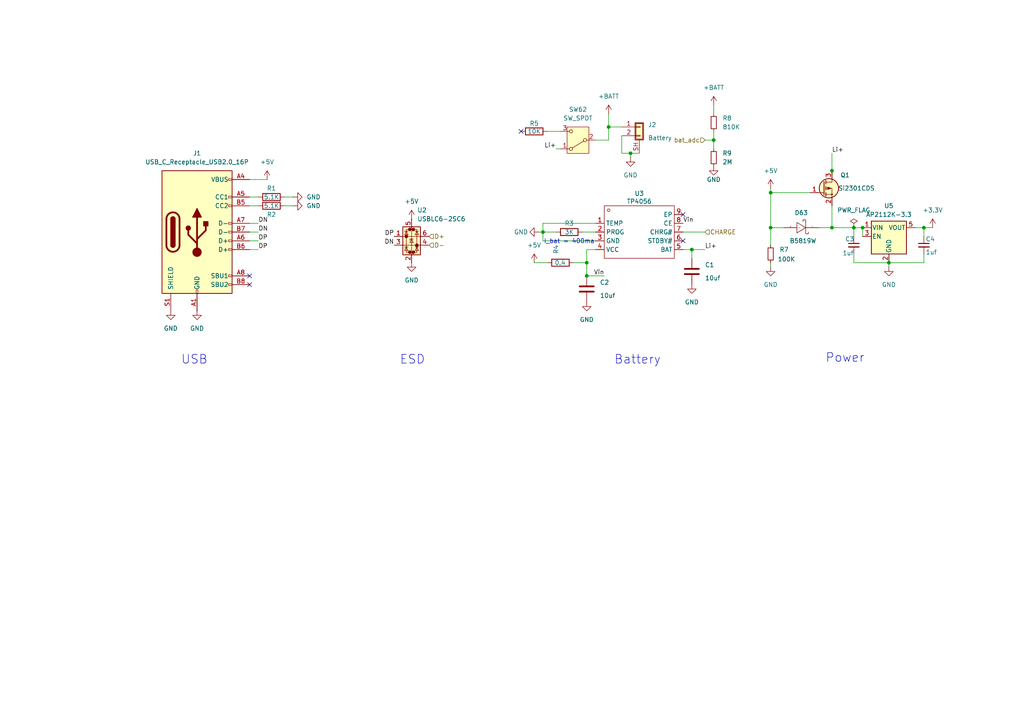
<source format=kicad_sch>
(kicad_sch (version 20231120) (generator "eeschema") (generator_version "8.0")
  (paper "A4")
  (lib_symbols
    (symbol "B5819W-SL:B5819W_C8598"
      (property "Reference" "D?" (at 0 0 0))
      (symbol "B5819W_C8598_1_0"
        (polyline (pts (xy 1.27 1.524) (xy -1.27 0) (xy -1.27 0) (xy 1.27 -1.524) (xy 1.27 -1.524) (xy 1.27 1.524)))
        (polyline (pts (xy -0.508 -1.778) (xy -0.508 -2.286) (xy -0.508 -2.286) (xy -1.27 -2.286) (xy -1.27 -2.286) (xy -1.27 1.016) (xy -1.27 1.016) (xy -1.27 1.778) (xy -1.27 1.778) (xy -2.032 1.778) (xy -2.032 1.778) (xy -2.032 1.27)))
        (pin unspecified line (at -5.08 0 0) (length 3.81) (name "-") (number "1"))
        (pin unspecified line (at 5.08 0 180) (length 3.81) (name "+") (number "2"))
      )
    )
    (symbol "Connector:USB_C_Receptacle_USB2.0_16P" (pin_names (offset 1.016))
      (property "Reference" "J" (at 0 22.225 0))
      (property "Value" "USB_C_Receptacle_USB2.0_16P" (at 0 19.685 0))
      (symbol "USB_C_Receptacle_USB2.0_16P_0_0"
        (rectangle (start -0.254 -17.78) (end 0.254 -16.764))
        (rectangle (start 10.16 -14.986) (end 9.144 -15.494))
        (rectangle (start 10.16 -12.446) (end 9.144 -12.954))
        (rectangle (start 10.16 -4.826) (end 9.144 -5.334))
        (rectangle (start 10.16 -2.286) (end 9.144 -2.794))
        (rectangle (start 10.16 0.254) (end 9.144 -0.254))
        (rectangle (start 10.16 2.794) (end 9.144 2.286))
        (rectangle (start 10.16 7.874) (end 9.144 7.366))
        (rectangle (start 10.16 10.414) (end 9.144 9.906))
        (rectangle (start 10.16 15.494) (end 9.144 14.986))
      )
      (symbol "USB_C_Receptacle_USB2.0_16P_0_1"
        (rectangle (start -10.16 17.78) (end 10.16 -17.78) (stroke (width 0.254)) (fill (type background)))
        (arc (start -8.89 -3.81) (mid -6.985 -5.7067) (end -5.08 -3.81) (stroke (width 0.508)))
        (arc (start -7.62 -3.81) (mid -6.985 -4.4423) (end -6.35 -3.81) (stroke (width 0.254)))
        (arc (start -7.62 -3.81) (mid -6.985 -4.4423) (end -6.35 -3.81) (stroke (width 0.254)) (fill (type outline)))
        (rectangle (start -7.62 -3.81) (end -6.35 3.81) (stroke (width 0.254)) (fill (type outline)))
        (arc (start -6.35 3.81) (mid -6.985 4.4423) (end -7.62 3.81) (stroke (width 0.254)))
        (arc (start -6.35 3.81) (mid -6.985 4.4423) (end -7.62 3.81) (stroke (width 0.254)) (fill (type outline)))
        (arc (start -5.08 3.81) (mid -6.985 5.7067) (end -8.89 3.81) (stroke (width 0.508)))
        (circle (center -2.54 1.143) (radius 0.635) (stroke (width 0.254)) (fill (type outline)))
        (circle (center 0 -5.842) (radius 1.27) (fill (type outline)))
        (polyline (pts (xy -8.89 -3.81) (xy -8.89 3.81)) (stroke (width 0.508)))
        (polyline (pts (xy -5.08 3.81) (xy -5.08 -3.81)) (stroke (width 0.508)))
        (polyline (pts (xy 0 -5.842) (xy 0 4.318)) (stroke (width 0.508)))
        (polyline (pts (xy 0 -3.302) (xy -2.54 -0.762) (xy -2.54 0.508)) (stroke (width 0.508)))
        (polyline (pts (xy 0 -2.032) (xy 2.54 0.508) (xy 2.54 1.778)) (stroke (width 0.508)))
        (polyline (pts (xy -1.27 4.318) (xy 0 6.858) (xy 1.27 4.318) (xy -1.27 4.318)) (stroke (width 0.254)) (fill (type outline)))
        (rectangle (start 1.905 1.778) (end 3.175 3.048) (stroke (width 0.254)) (fill (type outline)))
      )
      (symbol "USB_C_Receptacle_USB2.0_16P_1_1"
        (pin passive line (at 0 -22.86 90) (length 5.08) (name "GND") (number "A1"))
        (pin passive line (at 0 -22.86 90) (length 5.08) hide (name "GND") (number "A12"))
        (pin passive line (at 15.24 15.24 180) (length 5.08) (name "VBUS") (number "A4"))
        (pin bidirectional line (at 15.24 10.16 180) (length 5.08) (name "CC1") (number "A5"))
        (pin bidirectional line (at 15.24 -2.54 180) (length 5.08) (name "D+") (number "A6"))
        (pin bidirectional line (at 15.24 2.54 180) (length 5.08) (name "D-") (number "A7"))
        (pin bidirectional line (at 15.24 -12.7 180) (length 5.08) (name "SBU1") (number "A8"))
        (pin passive line (at 15.24 15.24 180) (length 5.08) hide (name "VBUS") (number "A9"))
        (pin passive line (at 0 -22.86 90) (length 5.08) hide (name "GND") (number "B1"))
        (pin passive line (at 0 -22.86 90) (length 5.08) hide (name "GND") (number "B12"))
        (pin passive line (at 15.24 15.24 180) (length 5.08) hide (name "VBUS") (number "B4"))
        (pin bidirectional line (at 15.24 7.62 180) (length 5.08) (name "CC2") (number "B5"))
        (pin bidirectional line (at 15.24 -5.08 180) (length 5.08) (name "D+") (number "B6"))
        (pin bidirectional line (at 15.24 0 180) (length 5.08) (name "D-") (number "B7"))
        (pin bidirectional line (at 15.24 -15.24 180) (length 5.08) (name "SBU2") (number "B8"))
        (pin passive line (at 15.24 15.24 180) (length 5.08) hide (name "VBUS") (number "B9"))
        (pin passive line (at -7.62 -22.86 90) (length 5.08) (name "SHIELD") (number "S1"))
      )
    )
    (symbol "Connector_Generic_Shielded:Conn_01x02_Shielded" (pin_names (offset 1.016) hide)
      (property "Reference" "J" (at 0.254 2.286 0))
      (property "Value" "Conn_01x02_Shielded" (at 1.016 -4.826 0))
      (symbol "Conn_01x02_Shielded_1_1"
        (rectangle (start -1.27 1.27) (end 1.27 -3.81) (stroke (width 0.1524)))
        (rectangle (start -1.016 -2.413) (end 0.254 -2.667) (stroke (width 0.1524)))
        (rectangle (start -1.016 0.127) (end 0.254 -0.127) (stroke (width 0.1524)))
        (rectangle (start -1.016 1.016) (end 1.016 -3.556) (stroke (width 0.254)) (fill (type background)))
        (pin passive line (at -5.08 0 0) (length 4.064) (name "Pin_1") (number "1"))
        (pin passive line (at -5.08 -2.54 0) (length 4.064) (name "Pin_2") (number "2"))
        (pin passive line (at 0 -7.62 90) (length 3.81) (name "Shield") (number "SH"))
      )
    )
    (symbol "Device:C" (pin_numbers hide) (pin_names (offset 0.254))
      (property "Reference" "C" (at 0.635 2.54 0))
      (property "Value" "C" (at 0.635 -2.54 0))
      (symbol "C_0_1"
        (polyline (pts (xy -2.032 -0.762) (xy 2.032 -0.762)) (stroke (width 0.508)))
        (polyline (pts (xy -2.032 0.762) (xy 2.032 0.762)) (stroke (width 0.508)))
      )
      (symbol "C_1_1"
        (pin passive line (at 0 3.81 270) (length 2.794) (name "~") (number "1"))
        (pin passive line (at 0 -3.81 90) (length 2.794) (name "~") (number "2"))
      )
    )
    (symbol "Device:C_Small" (pin_numbers hide) (pin_names (offset 0.254) hide)
      (property "Reference" "C" (at 0.254 1.778 0))
      (property "Value" "C_Small" (at 0.254 -2.032 0))
      (symbol "C_Small_0_1"
        (polyline (pts (xy -1.524 -0.508) (xy 1.524 -0.508)) (stroke (width 0.3302)))
        (polyline (pts (xy -1.524 0.508) (xy 1.524 0.508)) (stroke (width 0.3048)))
      )
      (symbol "C_Small_1_1"
        (pin passive line (at 0 2.54 270) (length 2.032) (name "~") (number "1"))
        (pin passive line (at 0 -2.54 90) (length 2.032) (name "~") (number "2"))
      )
    )
    (symbol "Device:R" (pin_numbers hide) (pin_names (offset 0))
      (property "Reference" "R" (at 2.032 0 90))
      (property "Value" "R" (at 0 0 90))
      (symbol "R_0_1"
        (rectangle (start -1.016 -2.54) (end 1.016 2.54) (stroke (width 0.254)))
      )
      (symbol "R_1_1"
        (pin passive line (at 0 3.81 270) (length 1.27) (name "~") (number "1"))
        (pin passive line (at 0 -3.81 90) (length 1.27) (name "~") (number "2"))
      )
    )
    (symbol "Device:R_Small" (pin_numbers hide) (pin_names (offset 0.254) hide)
      (property "Reference" "R" (at 0.762 0.508 0))
      (property "Value" "R_Small" (at 0.762 -1.016 0))
      (symbol "R_Small_0_1"
        (rectangle (start -0.762 1.778) (end 0.762 -1.778) (stroke (width 0.2032)))
      )
      (symbol "R_Small_1_1"
        (pin passive line (at 0 2.54 270) (length 0.762) (name "~") (number "1"))
        (pin passive line (at 0 -2.54 90) (length 0.762) (name "~") (number "2"))
      )
    )
    (symbol "PCM_Transistor_MOSFET_AKL:Si2301CDS" (pin_names hide)
      (property "Reference" "Q" (at 5.08 1.27 0))
      (property "Value" "Si2301CDS" (at 5.08 -1.27 0))
      (symbol "Si2301CDS_0_1"
        (polyline (pts (xy 0.254 -1.905) (xy 0.254 1.905)) (stroke (width 0.254)))
        (polyline (pts (xy 0.254 1.27) (xy -2.54 1.27)))
        (polyline (pts (xy 0.762 -2.286) (xy 0.762 -1.27)) (stroke (width 0.254)))
        (polyline (pts (xy 0.762 -1.778) (xy 2.54 -1.778)))
        (polyline (pts (xy 0.762 -0.508) (xy 0.762 0.508)) (stroke (width 0.254)))
        (polyline (pts (xy 0.762 1.27) (xy 0.762 2.286)) (stroke (width 0.254)))
        (polyline (pts (xy 0.762 1.778) (xy 2.54 1.778)))
        (polyline (pts (xy 2.54 -2.54) (xy 2.54 -1.778)))
        (polyline (pts (xy 2.54 2.54) (xy 2.54 0) (xy 0.762 0)))
        (polyline (pts (xy 2.286 0) (xy 1.27 -0.381) (xy 1.27 0.381) (xy 2.286 0)) (fill (type outline)))
      )
      (symbol "Si2301CDS_1_1"
        (circle (center 1.651 0) (radius 2.794) (stroke (width 0.254)) (fill (type background)))
        (circle (center 2.54 1.778) (radius 0.1778) (fill (type outline)))
        (pin input line (at -3.81 1.27 0) (length 2.54) (name "G") (number "1"))
        (pin passive line (at 2.54 5.08 270) (length 2.54) (name "S") (number "2"))
        (pin passive line (at 2.54 -5.08 90) (length 2.54) (name "D") (number "3"))
      )
    )
    (symbol "Power_Protection:USBLC6-2SC6" (pin_names hide)
      (property "Reference" "U" (at 0.635 5.715 0))
      (property "Value" "USBLC6-2SC6" (at 0.635 3.81 0))
      (symbol "USBLC6-2SC6_0_0"
        (circle (center -1.524 0) (radius 0.0001) (stroke (width 0.508)))
        (circle (center -0.508 -4.572) (radius 0.0001) (stroke (width 0.508)))
        (circle (center -0.508 2.032) (radius 0.0001) (stroke (width 0.508)))
        (circle (center 0.508 -4.572) (radius 0.0001) (stroke (width 0.508)))
        (circle (center 0.508 2.032) (radius 0.0001) (stroke (width 0.508)))
        (circle (center 1.524 -2.54) (radius 0.0001) (stroke (width 0.508)))
      )
      (symbol "USBLC6-2SC6_0_1"
        (polyline (pts (xy -2.54 -2.54) (xy 2.54 -2.54)))
        (polyline (pts (xy -2.54 0) (xy 2.54 0)))
        (polyline (pts (xy -2.032 -3.048) (xy -1.016 -3.048)))
        (polyline (pts (xy -1.016 1.524) (xy -2.032 1.524)))
        (polyline (pts (xy 1.016 -3.048) (xy 2.032 -3.048)))
        (polyline (pts (xy 1.016 1.524) (xy 2.032 1.524)))
        (polyline (pts (xy -0.508 -1.143) (xy -0.508 -0.762) (xy 0.508 -0.762)))
        (polyline (pts (xy -2.032 0.508) (xy -1.016 0.508) (xy -1.524 1.524) (xy -2.032 0.508)))
        (polyline (pts (xy -1.016 -4.064) (xy -2.032 -4.064) (xy -1.524 -3.048) (xy -1.016 -4.064)))
        (polyline (pts (xy 0.508 -1.778) (xy -0.508 -1.778) (xy 0 -0.762) (xy 0.508 -1.778)))
        (polyline (pts (xy 2.032 -4.064) (xy 1.016 -4.064) (xy 1.524 -3.048) (xy 2.032 -4.064)))
        (polyline (pts (xy 2.032 0.508) (xy 1.016 0.508) (xy 1.524 1.524) (xy 2.032 0.508)))
        (polyline (pts (xy 0 2.54) (xy -0.508 2.032) (xy 0.508 2.032) (xy 0 1.524) (xy 0 -4.064) (xy -0.508 -4.572) (xy 0.508 -4.572) (xy 0 -5.08)))
      )
      (symbol "USBLC6-2SC6_1_1"
        (rectangle (start -2.54 2.794) (end 2.54 -5.334) (stroke (width 0.254)) (fill (type background)))
        (polyline (pts (xy -0.508 2.032) (xy -1.524 2.032) (xy -1.524 -4.572) (xy -0.508 -4.572)))
        (polyline (pts (xy 0.508 -4.572) (xy 1.524 -4.572) (xy 1.524 2.032) (xy 0.508 2.032)))
        (pin passive line (at -5.08 0 0) (length 2.54) (name "I/O1") (number "1"))
        (pin passive line (at 0 -7.62 90) (length 2.54) (name "GND") (number "2"))
        (pin passive line (at -5.08 -2.54 0) (length 2.54) (name "I/O2") (number "3"))
        (pin passive line (at 5.08 -2.54 180) (length 2.54) (name "I/O2") (number "4"))
        (pin passive line (at 0 5.08 270) (length 2.54) (name "VBUS") (number "5"))
        (pin passive line (at 5.08 0 180) (length 2.54) (name "I/O1") (number "6"))
      )
    )
    (symbol "Regulator_Linear:AP2112K-3.3" (pin_names (offset 0.254))
      (property "Reference" "U" (at -5.08 5.715 0))
      (property "Value" "AP2112K-3.3" (at 0 5.715 0))
      (symbol "AP2112K-3.3_0_1"
        (rectangle (start -5.08 4.445) (end 5.08 -5.08) (stroke (width 0.254)) (fill (type background)))
      )
      (symbol "AP2112K-3.3_1_1"
        (pin power_in line (at -7.62 2.54 0) (length 2.54) (name "VIN") (number "1"))
        (pin power_in line (at 0 -7.62 90) (length 2.54) (name "GND") (number "2"))
        (pin input line (at -7.62 0 0) (length 2.54) (name "EN") (number "3"))
        (pin no_connect line (at 5.08 0 180) (length 2.54) hide (name "NC") (number "4"))
        (pin power_out line (at 7.62 2.54 180) (length 2.54) (name "VOUT") (number "5"))
      )
    )
    (symbol "Switch:SW_SPDT" (pin_names (offset 0) hide)
      (property "Reference" "SW" (at 0 5.08 0))
      (property "Value" "SW_SPDT" (at 0 -5.08 0))
      (symbol "SW_SPDT_0_1"
        (circle (center -2.032 0) (radius 0.4572))
        (polyline (pts (xy -1.651 0.254) (xy 1.651 2.286)))
        (circle (center 2.032 -2.54) (radius 0.4572))
        (circle (center 2.032 2.54) (radius 0.4572))
      )
      (symbol "SW_SPDT_1_1"
        (rectangle (start -3.175 3.81) (end 3.175 -3.81) (fill (type background)))
        (pin passive line (at 5.08 2.54 180) (length 2.54) (name "A") (number "1"))
        (pin passive line (at -5.08 0 0) (length 2.54) (name "B") (number "2"))
        (pin passive line (at 5.08 -2.54 180) (length 2.54) (name "C") (number "3"))
      )
    )
    (symbol "TP4056:TP4056_C725790"
      (property "Reference" "U?" (at 0 0 0))
      (symbol "TP4056_C725790_1_0"
        (rectangle (start -10.16 -7.62) (end 10.16 7.62))
        (circle (center -8.89 6.35) (radius 0.381))
        (pin unspecified line (at -12.7 2.54 0) (length 2.54) (name "TEMP") (number "1"))
        (pin unspecified line (at -12.7 0 0) (length 2.54) (name "PROG") (number "2"))
        (pin unspecified line (at -12.7 -2.54 0) (length 2.54) (name "GND") (number "3"))
        (pin unspecified line (at -12.7 -5.08 0) (length 2.54) (name "VCC") (number "4"))
        (pin unspecified line (at 12.7 -5.08 180) (length 2.54) (name "BAT") (number "5"))
        (pin unspecified line (at 12.7 -2.54 180) (length 2.54) (name "STDBY#") (number "6"))
        (pin unspecified line (at 12.7 0 180) (length 2.54) (name "CHRG#") (number "7"))
        (pin unspecified line (at 12.7 2.54 180) (length 2.54) (name "CE") (number "8"))
        (pin unspecified line (at 12.7 5.08 180) (length 2.54) (name "EP") (number "9"))
      )
    )
    (symbol "power:+3.3V" (power) (pin_numbers hide) (pin_names (offset 0) hide)
      (property "Value" "+3.3V" (at 0 3.556 0))
      (symbol "+3.3V_0_1"
        (polyline (pts (xy -0.762 1.27) (xy 0 2.54)))
        (polyline (pts (xy 0 0) (xy 0 2.54)))
        (polyline (pts (xy 0 2.54) (xy 0.762 1.27)))
      )
      (symbol "+3.3V_1_1"
        (pin power_in line (at 0 0 90) (length 0) (name "~") (number "1"))
      )
    )
    (symbol "power:+5V" (power) (pin_numbers hide) (pin_names (offset 0) hide)
      (property "Value" "+5V" (at 0 3.556 0))
      (symbol "+5V_0_1"
        (polyline (pts (xy -0.762 1.27) (xy 0 2.54)))
        (polyline (pts (xy 0 0) (xy 0 2.54)))
        (polyline (pts (xy 0 2.54) (xy 0.762 1.27)))
      )
      (symbol "+5V_1_1"
        (pin power_in line (at 0 0 90) (length 0) (name "~") (number "1"))
      )
    )
    (symbol "power:+BATT" (power) (pin_numbers hide) (pin_names (offset 0) hide)
      (property "Value" "+BATT" (at 0 3.556 0))
      (symbol "+BATT_0_1"
        (polyline (pts (xy -0.762 1.27) (xy 0 2.54)))
        (polyline (pts (xy 0 0) (xy 0 2.54)))
        (polyline (pts (xy 0 2.54) (xy 0.762 1.27)))
      )
      (symbol "+BATT_1_1"
        (pin power_in line (at 0 0 90) (length 0) (name "~") (number "1"))
      )
    )
    (symbol "power:GND" (power) (pin_numbers hide) (pin_names (offset 0) hide)
      (property "Value" "GND" (at 0 -3.81 0))
      (symbol "GND_0_1"
        (polyline (pts (xy 0 0) (xy 0 -1.27) (xy 1.27 -1.27) (xy 0 -2.54) (xy -1.27 -1.27) (xy 0 -1.27)))
      )
      (symbol "GND_1_1"
        (pin power_in line (at 0 0 270) (length 0) (name "~") (number "1"))
      )
    )
    (symbol "power:PWR_FLAG" (power) (pin_numbers hide) (pin_names (offset 0) hide)
      (property "Value" "PWR_FLAG" (at 0 3.81 0))
      (symbol "PWR_FLAG_0_0"
        (pin power_out line (at 0 0 90) (length 0) (name "~") (number "1"))
      )
      (symbol "PWR_FLAG_0_1"
        (polyline (pts (xy 0 0) (xy 0 1.27) (xy -1.016 1.905) (xy 0 2.54) (xy 1.016 1.905) (xy 0 1.27)))
      )
    )
  )
  (junction (at 176.53 36.83))
  (junction (at 170.18 76.2))
  (junction (at 223.52 55.88))
  (junction (at 241.3 49.53))
  (junction (at 267.97 66.04))
  (junction (at 257.81 76.2))
  (junction (at 200.66 72.39))
  (junction (at 157.48 67.31))
  (junction (at 241.3 66.04))
  (junction (at 207.01 40.64))
  (junction (at 250.19 66.04))
  (junction (at 223.52 66.04))
  (junction (at 170.18 80.01))
  (junction (at 247.65 66.04))
  (junction (at 182.88 44.45))
  (no_connect (at 198.12 69.85))
  (no_connect (at 151.13 38.1))
  (no_connect (at 72.39 80.01))
  (no_connect (at 198.12 62.23))
  (no_connect (at 72.39 82.55))
  (wire (pts (xy 82.55 57.15) (xy 85.09 57.15)))
  (wire (pts (xy 241.3 50.8) (xy 241.3 49.53)))
  (wire (pts (xy 170.18 72.39) (xy 172.72 72.39)))
  (wire (pts (xy 182.88 44.45) (xy 185.42 44.45)))
  (wire (pts (xy 157.48 69.85) (xy 172.72 69.85)))
  (wire (pts (xy 207.01 30.48) (xy 207.01 33.02)))
  (wire (pts (xy 156.21 67.31) (xy 157.48 67.31)))
  (wire (pts (xy 72.39 64.77) (xy 74.93 64.77)))
  (wire (pts (xy 72.39 69.85) (xy 74.93 69.85)))
  (wire (pts (xy 250.19 66.04) (xy 250.19 68.58)))
  (wire (pts (xy 247.65 76.2) (xy 247.65 73.66)))
  (wire (pts (xy 72.39 72.39) (xy 74.93 72.39)))
  (wire (pts (xy 180.34 39.37) (xy 180.34 44.45)))
  (wire (pts (xy 223.52 54.61) (xy 223.52 55.88)))
  (wire (pts (xy 223.52 55.88) (xy 223.52 66.04)))
  (wire (pts (xy 223.52 66.04) (xy 227.33 66.04)))
  (wire (pts (xy 72.39 57.15) (xy 74.93 57.15)))
  (wire (pts (xy 180.34 44.45) (xy 182.88 44.45)))
  (wire (pts (xy 182.88 45.72) (xy 182.88 44.45)))
  (wire (pts (xy 175.26 80.01) (xy 170.18 80.01)))
  (wire (pts (xy 170.18 80.01) (xy 170.18 76.2)))
  (wire (pts (xy 237.49 66.04) (xy 241.3 66.04)))
  (wire (pts (xy 157.48 67.31) (xy 157.48 69.85)))
  (wire (pts (xy 77.47 52.07) (xy 72.39 52.07)))
  (wire (pts (xy 172.72 40.64) (xy 176.53 40.64)))
  (wire (pts (xy 176.53 33.02) (xy 176.53 36.83)))
  (wire (pts (xy 207.01 40.64) (xy 207.01 43.18)))
  (wire (pts (xy 241.3 59.69) (xy 241.3 66.04)))
  (wire (pts (xy 157.48 64.77) (xy 157.48 67.31)))
  (wire (pts (xy 223.52 55.88) (xy 234.95 55.88)))
  (wire (pts (xy 267.97 66.04) (xy 265.43 66.04)))
  (wire (pts (xy 176.53 36.83) (xy 180.34 36.83)))
  (wire (pts (xy 270.51 66.04) (xy 267.97 66.04)))
  (wire (pts (xy 158.75 38.1) (xy 162.56 38.1)))
  (wire (pts (xy 154.94 76.2) (xy 158.75 76.2)))
  (wire (pts (xy 257.81 73.66) (xy 257.81 76.2)))
  (wire (pts (xy 247.65 66.04) (xy 247.65 68.58)))
  (wire (pts (xy 247.65 66.04) (xy 250.19 66.04)))
  (wire (pts (xy 198.12 72.39) (xy 200.66 72.39)))
  (wire (pts (xy 204.47 40.64) (xy 207.01 40.64)))
  (wire (pts (xy 267.97 66.04) (xy 267.97 68.58)))
  (wire (pts (xy 168.91 67.31) (xy 172.72 67.31)))
  (wire (pts (xy 170.18 76.2) (xy 170.18 72.39)))
  (wire (pts (xy 157.48 67.31) (xy 161.29 67.31)))
  (wire (pts (xy 223.52 77.47) (xy 223.52 76.2)))
  (wire (pts (xy 176.53 40.64) (xy 176.53 36.83)))
  (wire (pts (xy 257.81 76.2) (xy 267.97 76.2)))
  (wire (pts (xy 72.39 67.31) (xy 74.93 67.31)))
  (wire (pts (xy 204.47 67.31) (xy 198.12 67.31)))
  (wire (pts (xy 200.66 72.39) (xy 204.47 72.39)))
  (wire (pts (xy 200.66 72.39) (xy 200.66 74.93)))
  (wire (pts (xy 241.3 66.04) (xy 247.65 66.04)))
  (wire (pts (xy 267.97 76.2) (xy 267.97 73.66)))
  (wire (pts (xy 247.65 76.2) (xy 257.81 76.2)))
  (wire (pts (xy 157.48 64.77) (xy 172.72 64.77)))
  (wire (pts (xy 166.37 76.2) (xy 170.18 76.2)))
  (wire (pts (xy 72.39 59.69) (xy 74.93 59.69)))
  (wire (pts (xy 223.52 66.04) (xy 223.52 71.12)))
  (wire (pts (xy 162.56 43.18) (xy 161.29 43.18)))
  (wire (pts (xy 241.3 44.45) (xy 241.3 49.53)))
  (wire (pts (xy 82.55 59.69) (xy 85.09 59.69)))
  (wire (pts (xy 207.01 38.1) (xy 207.01 40.64)))
  (wire (pts (xy 257.81 77.47) (xy 257.81 76.2)))
  (text "Battery" (at 184.912 104.394 0) (effects (font (size 2.54 2.54))))
  (text "ESD" (at 119.634 104.394 0) (effects (font (size 2.54 2.54))))
  (text "I_bat = 400ma" (at 165.1 70.104 0) (effects (font (size 1.27 1.27))))
  (text "Power\n" (at 245.11 103.886 0) (effects (font (size 2.54 2.54))))
  (text "USB" (at 56.388 104.394 0) (effects (font (size 2.54 2.54))))
  (label "DN" (at 74.93 64.77 0))
  (label "Vin" (at 175.26 80.01 180))
  (label "DN" (at 114.3 71.12 180))
  (label "DP" (at 74.93 69.85 0))
  (label "Li+" (at 204.47 72.39 0))
  (label "Vin" (at 198.12 64.77 0))
  (label "DP" (at 74.93 72.39 0))
  (label "Li+" (at 241.3 44.45 0))
  (label "DP" (at 114.3 68.58 180))
  (label "Li+" (at 161.29 43.18 180))
  (label "DN" (at 74.93 67.31 0))
  (hierarchical_label "CHARGE" (shape input) (at 204.47 67.31 0))
  (hierarchical_label "D-" (shape input) (at 124.46 71.12 0))
  (hierarchical_label "D+" (shape input) (at 124.46 68.58 0))
  (hierarchical_label "bat_adc" (shape input) (at 204.47 40.64 180))
  (symbol (lib_id "Switch:SW_SPDT") (at 167.64 40.64 180) (unit 1)
    (property "Reference" "SW62" (at 167.64 31.75 0))
    (property "Value" "SW_SPDT" (at 167.64 34.29 0))
    (property "Description" "Switch, single pole double throw" (effects (hide yes)))
  )
  (symbol (lib_id "power:+5V") (at 77.47 52.07 0) (unit 1)
    (property "Reference" "#PWR03" (effects (hide yes)))
    (property "Value" "+5V" (at 77.47 46.99 0))
    (property "Description" "Power symbol creates a global label with name \"+5V\"" (effects (hide yes)))
  )
  (symbol (lib_id "power:GND") (at 57.15 90.17 0) (unit 1)
    (property "Reference" "#PWR04" (effects (hide yes)))
    (property "Value" "GND" (at 57.15 95.25 0))
    (property "Description" "Power symbol creates a global label with name \"GND\" , ground" (effects (hide yes)))
  )
  (symbol (lib_id "Device:R_Small") (at 207.01 45.72 0) (unit 1)
    (property "Reference" "R9" (at 209.55 44.4499 0) (effects (justify left)))
    (property "Value" "2M" (at 209.55 46.9899 0) (effects (justify left)))
    (property "Footprint" "jiran-ble-lite:R_0603" (effects (hide yes)))
  )
  (symbol (lib_id "Device:R_Small") (at 223.52 73.66 0) (unit 1)
    (property "Reference" "R7" (at 226.06 72.3899 0) (effects (justify left)))
    (property "Value" "100K" (at 225.552 75.184 0) (effects (justify left)))
    (property "Description" "Resistor, small symbol" (effects (hide yes)))
  )
  (symbol (lib_id "power:+BATT") (at 176.53 33.02 0) (unit 1)
    (property "Reference" "#PWR019" (effects (hide yes)))
    (property "Value" "+BATT" (at 176.53 27.94 0))
    (property "Description" "Power symbol creates a global label with name \"+BATT\"" (effects (hide yes)))
  )
  (symbol (lib_id "Device:R") (at 162.56 76.2 90) (unit 1)
    (property "Reference" "R4" (at 161.2899 73.66 0) (effects (justify left)))
    (property "Value" "0.4" (at 164.084 76.2 90) (effects (justify left)))
    (property "Description" "Resistor" (effects (hide yes)))
  )
  (symbol (lib_id "Connector_Generic_Shielded:Conn_01x02_Shielded") (at 185.42 36.83 0) (unit 1)
    (property "Reference" "J2" (at 187.96 36.1949 0) (effects (justify left)))
    (property "Value" "Battery" (at 187.96 40.0049 0) (effects (justify left)))
    (property "Footprint" "Connector_JST:JST_SH_SM02B-SRSS-TB_1x02-1MP_P1.00mm_Horizontal" (effects (hide yes)))
    (property "Description" "Generic shielded connector, single row, 01x02, script generated (kicad-library-utils/schlib/autogen/connector/)" (effects (hide yes)))
  )
  (symbol (lib_id "power:GND") (at 156.21 67.31 270) (unit 1)
    (property "Reference" "#PWR09" (effects (hide yes)))
    (property "Value" "GND" (at 153.162 67.31 90) (effects (justify right)))
    (property "Description" "Power symbol creates a global label with name \"GND\" , ground" (effects (hide yes)))
  )
  (symbol (lib_id "Regulator_Linear:AP2112K-3.3") (at 257.81 68.58 0) (unit 1)
    (property "Reference" "U5" (at 257.81 59.69 0))
    (property "Value" "AP2112K-3.3" (at 257.81 62.23 0))
    (property "Footprint" "Package_TO_SOT_SMD:SOT-23-5" (effects (hide yes)))
    (property "Datasheet" "https://www.diodes.com/assets/Datasheets/AP2112.pdf" (effects (hide yes)))
    (property "Description" "600mA low dropout linear regulator, with enable pin, 3.8V-6V input voltage range, 3.3V fixed positive output, SOT-23-5" (effects (hide yes)))
  )
  (symbol (lib_id "Device:C_Small") (at 247.65 71.12 0) (unit 1)
    (property "Reference" "C3" (at 245.11 69.342 0) (effects (justify left)))
    (property "Value" "1uf" (at 244.348 73.406 0) (effects (justify left)))
    (property "Description" "Unpolarized capacitor, small symbol" (effects (hide yes)))
  )
  (symbol (lib_id "power:GND") (at 207.01 48.26 0) (unit 1)
    (property "Reference" "#PWR029" (effects (hide yes)))
    (property "Value" "GND" (at 207.01 52.07 0))
  )
  (symbol (lib_id "Device:R") (at 78.74 59.69 90) (unit 1)
    (property "Reference" "R2" (at 78.74 62.23 90))
    (property "Value" "5.1K" (at 78.74 59.69 90))
    (property "Description" "Resistor" (effects (hide yes)))
  )
  (symbol (lib_id "power:GND") (at 85.09 57.15 90) (unit 1)
    (property "Reference" "#PWR01" (effects (hide yes)))
    (property "Value" "GND" (at 88.9 57.1499 90) (effects (justify right)))
    (property "Description" "Power symbol creates a global label with name \"GND\" , ground" (effects (hide yes)))
  )
  (symbol (lib_id "power:PWR_FLAG") (at 247.65 66.04 0) (unit 1)
    (property "Reference" "#FLG01" (effects (hide yes)))
    (property "Value" "PWR_FLAG" (at 247.65 60.96 0))
    (property "Description" "Special symbol for telling ERC where power comes from" (effects (hide yes)))
  )
  (symbol (lib_id "Device:R") (at 165.1 67.31 90) (unit 1)
    (property "Reference" "R3" (at 165.1 64.77 90))
    (property "Value" "3K" (at 165.1 67.31 90))
    (property "Description" "Resistor" (effects (hide yes)))
  )
  (symbol (lib_id "Device:R") (at 78.74 57.15 90) (unit 1)
    (property "Reference" "R1" (at 78.74 54.61 90))
    (property "Value" "5.1K" (at 78.74 57.15 90))
    (property "Description" "Resistor" (effects (hide yes)))
  )
  (symbol (lib_id "power:GND") (at 119.38 76.2 0) (unit 1)
    (property "Reference" "#PWR06" (effects (hide yes)))
    (property "Value" "GND" (at 119.38 81.28 0))
    (property "Description" "Power symbol creates a global label with name \"GND\" , ground" (effects (hide yes)))
  )
  (symbol (lib_id "power:+5V") (at 223.52 54.61 0) (unit 1)
    (property "Reference" "#PWR030" (effects (hide yes)))
    (property "Value" "+5V" (at 223.52 49.53 0))
    (property "Description" "Power symbol creates a global label with name \"+5V\"" (effects (hide yes)))
  )
  (symbol (lib_id "Device:C_Small") (at 267.97 71.12 0) (unit 1)
    (property "Reference" "C4" (at 268.478 69.342 0) (effects (justify left)))
    (property "Value" "1uf" (at 268.478 73.152 0) (effects (justify left)))
    (property "Description" "Unpolarized capacitor, small symbol" (effects (hide yes)))
  )
  (symbol (lib_id "power:GND") (at 200.66 82.55 0) (unit 1)
    (property "Reference" "#PWR010" (effects (hide yes)))
    (property "Value" "GND" (at 200.66 87.63 0))
    (property "Description" "Power symbol creates a global label with name \"GND\" , ground" (effects (hide yes)))
  )
  (symbol (lib_id "power:+BATT") (at 207.01 30.48 0) (unit 1)
    (property "Reference" "#PWR032" (effects (hide yes)))
    (property "Value" "+BATT" (at 207.01 25.4 0))
    (property "Description" "Power symbol creates a global label with name \"+BATT\"" (effects (hide yes)))
  )
  (symbol (lib_id "power:+5V") (at 154.94 76.2 0) (unit 1)
    (property "Reference" "#PWR011" (effects (hide yes)))
    (property "Value" "+5V" (at 154.94 71.12 0))
    (property "Description" "Power symbol creates a global label with name \"+5V\"" (effects (hide yes)))
  )
  (symbol (lib_id "power:+3.3V") (at 270.51 66.04 0) (unit 1)
    (property "Reference" "#PWR014" (effects (hide yes)))
    (property "Value" "+3.3V" (at 270.51 60.96 0))
    (property "Description" "Power symbol creates a global label with name \"+3.3V\"" (effects (hide yes)))
  )
  (symbol (lib_id "Power_Protection:USBLC6-2SC6") (at 119.38 68.58 0) (unit 1)
    (property "Reference" "U2" (at 121.0311 60.96 0) (effects (justify left)))
    (property "Value" "USBLC6-2SC6" (at 121.0311 63.5 0) (effects (justify left)))
    (property "Footprint" "Package_TO_SOT_SMD:SOT-23-6" (effects (hide yes)))
    (property "Datasheet" "https://www.st.com/resource/en/datasheet/usblc6-2.pdf" (effects (hide yes)))
    (property "Description" "Very low capacitance ESD protection diode, 2 data-line, SOT-23-6" (effects (hide yes)))
  )
  (symbol (lib_id "Device:R") (at 154.94 38.1 90) (unit 1)
    (property "Reference" "R5" (at 154.94 35.814 90))
    (property "Value" "10K" (at 154.94 38.1 90))
    (property "Description" "Resistor" (effects (hide yes)))
  )
  (symbol (lib_id "power:GND") (at 257.81 77.47 0) (unit 1)
    (property "Reference" "#PWR015" (effects (hide yes)))
    (property "Value" "GND" (at 257.81 82.55 0))
    (property "Description" "Power symbol creates a global label with name \"GND\" , ground" (effects (hide yes)))
  )
  (symbol (lib_id "PCM_Transistor_MOSFET_AKL:Si2301CDS") (at 238.76 54.61 0) (mirror x) (unit 1)
    (property "Reference" "Q1" (at 245.11 50.8 0))
    (property "Value" "Si2301CDS" (at 248.412 54.61 0))
    (property "Footprint" "Package_TO_SOT_SMD_AKL:SOT-23" (effects (hide yes)))
    (property "Datasheet" "https://www.tme.eu/Document/519498819e90b407235adccdceba4014/SI2301CDS-T1-GE3.pdf" (effects (hide yes)))
    (property "Description" "SOT-23 P-MOSFET enchancement mode transistor, 20V, 3.1A, 1.6W, Alternate KiCAD Library" (effects (hide yes)))
  )
  (symbol (lib_id "B5819W-SL:B5819W_C8598") (at 232.41 66.04 180) (unit 1)
    (property "Reference" "D63" (at 232.41 61.722 0))
    (property "Value" "B5819W" (at 232.918 69.85 0))
    (property "Footprint" "B5819W-SL:SOD-123_L2.7-W1.6-LS3.7-RD-1" (effects (hide yes)))
  )
  (symbol (lib_id "Connector:USB_C_Receptacle_USB2.0_16P") (at 57.15 67.31 0) (unit 1)
    (property "Reference" "J1" (at 57.15 44.45 0))
    (property "Value" "USB_C_Receptacle_USB2.0_16P" (at 57.15 46.99 0))
    (property "Datasheet" "https://www.usb.org/sites/default/files/documents/usb_type-c.zip" (effects (hide yes)))
    (property "Description" "USB 2.0-only 16P Type-C Receptacle connector" (effects (hide yes)))
  )
  (symbol (lib_id "power:GND") (at 182.88 45.72 0) (unit 1)
    (property "Reference" "#PWR08" (effects (hide yes)))
    (property "Value" "GND" (at 182.88 50.8 0))
    (property "Description" "Power symbol creates a global label with name \"GND\" , ground" (effects (hide yes)))
  )
  (symbol (lib_id "TP4056:TP4056_C725790") (at 185.42 67.31 0) (unit 1)
    (property "Reference" "U3" (at 185.42 56.134 0))
    (property "Value" "TP4056" (at 185.42 58.42 0))
    (property "Footprint" "TP4056:ESOP-8_L4.9-W3.9-P1.27-LS6.0-BL-EP" (effects (hide yes)))
  )
  (symbol (lib_id "power:GND") (at 170.18 87.63 0) (unit 1)
    (property "Reference" "#PWR012" (effects (hide yes)))
    (property "Value" "GND" (at 170.18 92.71 0))
    (property "Description" "Power symbol creates a global label with name \"GND\" , ground" (effects (hide yes)))
  )
  (symbol (lib_id "power:GND") (at 85.09 59.69 90) (unit 1)
    (property "Reference" "#PWR02" (effects (hide yes)))
    (property "Value" "GND" (at 88.9 59.6899 90) (effects (justify right)))
    (property "Description" "Power symbol creates a global label with name \"GND\" , ground" (effects (hide yes)))
  )
  (symbol (lib_id "Device:R_Small") (at 207.01 35.56 0) (unit 1)
    (property "Reference" "R8" (at 209.55 34.2899 0) (effects (justify left)))
    (property "Value" "810K" (at 209.55 36.8299 0) (effects (justify left)))
    (property "Footprint" "jiran-ble-lite:R_0603" (effects (hide yes)))
  )
  (symbol (lib_id "power:GND") (at 223.52 77.47 0) (unit 1)
    (property "Reference" "#PWR013" (effects (hide yes)))
    (property "Value" "GND" (at 223.52 82.55 0))
    (property "Description" "Power symbol creates a global label with name \"GND\" , ground" (effects (hide yes)))
  )
  (symbol (lib_id "power:GND") (at 49.53 90.17 0) (unit 1)
    (property "Reference" "#PWR05" (effects (hide yes)))
    (property "Value" "GND" (at 49.53 95.25 0))
    (property "Description" "Power symbol creates a global label with name \"GND\" , ground" (effects (hide yes)))
  )
  (symbol (lib_id "power:+5V") (at 119.38 63.5 0) (unit 1)
    (property "Reference" "#PWR07" (effects (hide yes)))
    (property "Value" "+5V" (at 119.38 58.42 0))
    (property "Description" "Power symbol creates a global label with name \"+5V\"" (effects (hide yes)))
  )
  (symbol (lib_id "Device:C") (at 200.66 78.74 0) (unit 1)
    (property "Reference" "C1" (at 204.47 76.8349 0) (effects (justify left)))
    (property "Value" "10uf" (at 204.47 80.6449 0) (effects (justify left)))
    (property "Description" "Unpolarized capacitor" (effects (hide yes)))
  )
  (symbol (lib_id "Device:C") (at 170.18 83.82 0) (unit 1)
    (property "Reference" "C2" (at 173.99 81.9149 0) (effects (justify left)))
    (property "Value" "10uf" (at 173.99 85.7249 0) (effects (justify left)))
    (property "Description" "Unpolarized capacitor" (effects (hide yes)))
  )
)
</source>
